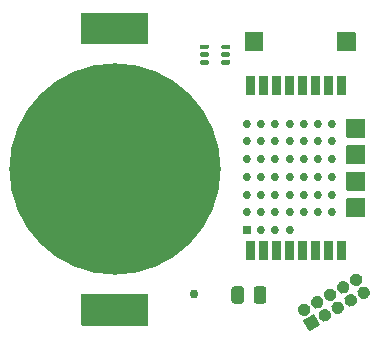
<source format=gbr>
G04 #@! TF.GenerationSoftware,KiCad,Pcbnew,5.1.9-73d0e3b20d~88~ubuntu20.04.1*
G04 #@! TF.CreationDate,2021-03-19T22:30:43+02:00*
G04 #@! TF.ProjectId,nRF5340-Wearable,6e524635-3334-4302-9d57-65617261626c,rev?*
G04 #@! TF.SameCoordinates,Original*
G04 #@! TF.FileFunction,Soldermask,Top*
G04 #@! TF.FilePolarity,Negative*
%FSLAX46Y46*%
G04 Gerber Fmt 4.6, Leading zero omitted, Abs format (unit mm)*
G04 Created by KiCad (PCBNEW 5.1.9-73d0e3b20d~88~ubuntu20.04.1) date 2021-03-19 22:30:43*
%MOMM*%
%LPD*%
G01*
G04 APERTURE LIST*
%ADD10C,0.699440*%
%ADD11C,0.750000*%
%ADD12C,17.900000*%
G04 APERTURE END LIST*
D10*
X75119280Y-72137880D03*
G36*
G01*
X79867810Y-60689300D02*
X79169310Y-60689300D01*
G75*
G02*
X79119310Y-60639300I0J50000D01*
G01*
X79119310Y-59140700D01*
G75*
G02*
X79169310Y-59090700I50000J0D01*
G01*
X79867810Y-59090700D01*
G75*
G02*
X79917810Y-59140700I0J-50000D01*
G01*
X79917810Y-60639300D01*
G75*
G02*
X79867810Y-60689300I-50000J0D01*
G01*
G37*
G36*
G01*
X78069490Y-59090700D02*
X78767990Y-59090700D01*
G75*
G02*
X78817990Y-59140700I0J-50000D01*
G01*
X78817990Y-60639300D01*
G75*
G02*
X78767990Y-60689300I-50000J0D01*
G01*
X78069490Y-60689300D01*
G75*
G02*
X78019490Y-60639300I0J50000D01*
G01*
X78019490Y-59140700D01*
G75*
G02*
X78069490Y-59090700I50000J0D01*
G01*
G37*
G36*
G01*
X76969670Y-59090700D02*
X77668170Y-59090700D01*
G75*
G02*
X77718170Y-59140700I0J-50000D01*
G01*
X77718170Y-60639300D01*
G75*
G02*
X77668170Y-60689300I-50000J0D01*
G01*
X76969670Y-60689300D01*
G75*
G02*
X76919670Y-60639300I0J50000D01*
G01*
X76919670Y-59140700D01*
G75*
G02*
X76969670Y-59090700I50000J0D01*
G01*
G37*
G36*
G01*
X75869850Y-59090700D02*
X76568350Y-59090700D01*
G75*
G02*
X76618350Y-59140700I0J-50000D01*
G01*
X76618350Y-60639300D01*
G75*
G02*
X76568350Y-60689300I-50000J0D01*
G01*
X75869850Y-60689300D01*
G75*
G02*
X75819850Y-60639300I0J50000D01*
G01*
X75819850Y-59140700D01*
G75*
G02*
X75869850Y-59090700I50000J0D01*
G01*
G37*
G36*
G01*
X74770030Y-59090700D02*
X75468530Y-59090700D01*
G75*
G02*
X75518530Y-59140700I0J-50000D01*
G01*
X75518530Y-60639300D01*
G75*
G02*
X75468530Y-60689300I-50000J0D01*
G01*
X74770030Y-60689300D01*
G75*
G02*
X74720030Y-60639300I0J50000D01*
G01*
X74720030Y-59140700D01*
G75*
G02*
X74770030Y-59090700I50000J0D01*
G01*
G37*
G36*
G01*
X73670210Y-59090700D02*
X74368710Y-59090700D01*
G75*
G02*
X74418710Y-59140700I0J-50000D01*
G01*
X74418710Y-60639300D01*
G75*
G02*
X74368710Y-60689300I-50000J0D01*
G01*
X73670210Y-60689300D01*
G75*
G02*
X73620210Y-60639300I0J50000D01*
G01*
X73620210Y-59140700D01*
G75*
G02*
X73670210Y-59090700I50000J0D01*
G01*
G37*
G36*
G01*
X72570390Y-59090700D02*
X73268890Y-59090700D01*
G75*
G02*
X73318890Y-59140700I0J-50000D01*
G01*
X73318890Y-60639300D01*
G75*
G02*
X73268890Y-60689300I-50000J0D01*
G01*
X72570390Y-60689300D01*
G75*
G02*
X72520390Y-60639300I0J50000D01*
G01*
X72520390Y-59140700D01*
G75*
G02*
X72570390Y-59090700I50000J0D01*
G01*
G37*
G36*
G01*
X71470570Y-59090700D02*
X72169070Y-59090700D01*
G75*
G02*
X72219070Y-59140700I0J-50000D01*
G01*
X72219070Y-60639300D01*
G75*
G02*
X72169070Y-60689300I-50000J0D01*
G01*
X71470570Y-60689300D01*
G75*
G02*
X71420570Y-60639300I0J50000D01*
G01*
X71420570Y-59140700D01*
G75*
G02*
X71470570Y-59090700I50000J0D01*
G01*
G37*
G36*
G01*
X71470570Y-73088640D02*
X72169070Y-73088640D01*
G75*
G02*
X72219070Y-73138640I0J-50000D01*
G01*
X72219070Y-74637240D01*
G75*
G02*
X72169070Y-74687240I-50000J0D01*
G01*
X71470570Y-74687240D01*
G75*
G02*
X71420570Y-74637240I0J50000D01*
G01*
X71420570Y-73138640D01*
G75*
G02*
X71470570Y-73088640I50000J0D01*
G01*
G37*
G36*
G01*
X72570390Y-73088640D02*
X73268890Y-73088640D01*
G75*
G02*
X73318890Y-73138640I0J-50000D01*
G01*
X73318890Y-74637240D01*
G75*
G02*
X73268890Y-74687240I-50000J0D01*
G01*
X72570390Y-74687240D01*
G75*
G02*
X72520390Y-74637240I0J50000D01*
G01*
X72520390Y-73138640D01*
G75*
G02*
X72570390Y-73088640I50000J0D01*
G01*
G37*
G36*
G01*
X73670210Y-73088640D02*
X74368710Y-73088640D01*
G75*
G02*
X74418710Y-73138640I0J-50000D01*
G01*
X74418710Y-74637240D01*
G75*
G02*
X74368710Y-74687240I-50000J0D01*
G01*
X73670210Y-74687240D01*
G75*
G02*
X73620210Y-74637240I0J50000D01*
G01*
X73620210Y-73138640D01*
G75*
G02*
X73670210Y-73088640I50000J0D01*
G01*
G37*
G36*
G01*
X74770030Y-73088640D02*
X75468530Y-73088640D01*
G75*
G02*
X75518530Y-73138640I0J-50000D01*
G01*
X75518530Y-74637240D01*
G75*
G02*
X75468530Y-74687240I-50000J0D01*
G01*
X74770030Y-74687240D01*
G75*
G02*
X74720030Y-74637240I0J50000D01*
G01*
X74720030Y-73138640D01*
G75*
G02*
X74770030Y-73088640I50000J0D01*
G01*
G37*
G36*
G01*
X75869850Y-73088640D02*
X76568350Y-73088640D01*
G75*
G02*
X76618350Y-73138640I0J-50000D01*
G01*
X76618350Y-74637240D01*
G75*
G02*
X76568350Y-74687240I-50000J0D01*
G01*
X75869850Y-74687240D01*
G75*
G02*
X75819850Y-74637240I0J50000D01*
G01*
X75819850Y-73138640D01*
G75*
G02*
X75869850Y-73088640I50000J0D01*
G01*
G37*
G36*
G01*
X76969670Y-73088640D02*
X77668170Y-73088640D01*
G75*
G02*
X77718170Y-73138640I0J-50000D01*
G01*
X77718170Y-74637240D01*
G75*
G02*
X77668170Y-74687240I-50000J0D01*
G01*
X76969670Y-74687240D01*
G75*
G02*
X76919670Y-74637240I0J50000D01*
G01*
X76919670Y-73138640D01*
G75*
G02*
X76969670Y-73088640I50000J0D01*
G01*
G37*
G36*
G01*
X78069490Y-73088640D02*
X78767990Y-73088640D01*
G75*
G02*
X78817990Y-73138640I0J-50000D01*
G01*
X78817990Y-74637240D01*
G75*
G02*
X78767990Y-74687240I-50000J0D01*
G01*
X78069490Y-74687240D01*
G75*
G02*
X78019490Y-74637240I0J50000D01*
G01*
X78019490Y-73138640D01*
G75*
G02*
X78069490Y-73088640I50000J0D01*
G01*
G37*
G36*
G01*
X79169310Y-73088640D02*
X79867810Y-73088640D01*
G75*
G02*
X79917810Y-73138640I0J-50000D01*
G01*
X79917810Y-74637240D01*
G75*
G02*
X79867810Y-74687240I-50000J0D01*
G01*
X79169310Y-74687240D01*
G75*
G02*
X79119310Y-74637240I0J50000D01*
G01*
X79119310Y-73138640D01*
G75*
G02*
X79169310Y-73088640I50000J0D01*
G01*
G37*
X78718460Y-64639800D03*
X77519580Y-64639800D03*
X76318160Y-64639800D03*
X75119280Y-64639800D03*
X73917860Y-64639800D03*
X72718980Y-64639800D03*
X71517560Y-64639800D03*
X78718460Y-66138400D03*
X77519580Y-66138400D03*
X76318160Y-66138400D03*
X75119280Y-66138400D03*
X73917860Y-66138400D03*
X72718980Y-66138400D03*
X71517560Y-66138400D03*
X78718460Y-67639540D03*
X77519580Y-67639540D03*
X76318160Y-67639540D03*
X75119280Y-67639540D03*
X73917860Y-67639540D03*
X72718980Y-67639540D03*
X71517560Y-67639540D03*
X78718460Y-69138140D03*
X77519580Y-69138140D03*
X76318160Y-69138140D03*
X75119280Y-69138140D03*
X73917860Y-69138140D03*
X72718980Y-69138140D03*
X71517560Y-69138140D03*
X78718460Y-70639280D03*
X77519580Y-70639280D03*
X76318160Y-70639280D03*
X75119280Y-70639280D03*
X73917860Y-70639280D03*
X72718980Y-70639280D03*
X71517560Y-70639280D03*
G36*
G01*
X79970680Y-62720360D02*
X81469280Y-62720360D01*
G75*
G02*
X81519280Y-62770360I0J-50000D01*
G01*
X81519280Y-64268960D01*
G75*
G02*
X81469280Y-64318960I-50000J0D01*
G01*
X79970680Y-64318960D01*
G75*
G02*
X79920680Y-64268960I0J50000D01*
G01*
X79920680Y-62770360D01*
G75*
G02*
X79970680Y-62720360I50000J0D01*
G01*
G37*
G36*
G01*
X79970680Y-64968260D02*
X81469280Y-64968260D01*
G75*
G02*
X81519280Y-65018260I0J-50000D01*
G01*
X81519280Y-66516860D01*
G75*
G02*
X81469280Y-66566860I-50000J0D01*
G01*
X79970680Y-66566860D01*
G75*
G02*
X79920680Y-66516860I0J50000D01*
G01*
X79920680Y-65018260D01*
G75*
G02*
X79970680Y-64968260I50000J0D01*
G01*
G37*
G36*
G01*
X79970680Y-67218700D02*
X81469280Y-67218700D01*
G75*
G02*
X81519280Y-67268700I0J-50000D01*
G01*
X81519280Y-68767300D01*
G75*
G02*
X81469280Y-68817300I-50000J0D01*
G01*
X79970680Y-68817300D01*
G75*
G02*
X79920680Y-68767300I0J50000D01*
G01*
X79920680Y-67268700D01*
G75*
G02*
X79970680Y-67218700I50000J0D01*
G01*
G37*
G36*
G01*
X79970680Y-69469140D02*
X81469280Y-69469140D01*
G75*
G02*
X81519280Y-69519140I0J-50000D01*
G01*
X81519280Y-71017740D01*
G75*
G02*
X81469280Y-71067740I-50000J0D01*
G01*
X79970680Y-71067740D01*
G75*
G02*
X79920680Y-71017740I0J50000D01*
G01*
X79920680Y-69519140D01*
G75*
G02*
X79970680Y-69469140I50000J0D01*
G01*
G37*
X73917860Y-72137880D03*
X72718980Y-72137880D03*
G36*
G01*
X71217840Y-71788160D02*
X71817280Y-71788160D01*
G75*
G02*
X71867280Y-71838160I0J-50000D01*
G01*
X71867280Y-72437600D01*
G75*
G02*
X71817280Y-72487600I-50000J0D01*
G01*
X71217840Y-72487600D01*
G75*
G02*
X71167840Y-72437600I0J50000D01*
G01*
X71167840Y-71838160D01*
G75*
G02*
X71217840Y-71788160I50000J0D01*
G01*
G37*
X78718460Y-63138660D03*
X77519580Y-63138660D03*
X76318160Y-63138660D03*
X75119280Y-63138660D03*
X73917860Y-63138660D03*
X72718980Y-63138660D03*
X71517560Y-63138660D03*
G36*
G01*
X79110000Y-56950000D02*
X79110000Y-55450000D01*
G75*
G02*
X79160000Y-55400000I50000J0D01*
G01*
X80660000Y-55400000D01*
G75*
G02*
X80710000Y-55450000I0J-50000D01*
G01*
X80710000Y-56950000D01*
G75*
G02*
X80660000Y-57000000I-50000J0D01*
G01*
X79160000Y-57000000D01*
G75*
G02*
X79110000Y-56950000I0J50000D01*
G01*
G37*
G36*
G01*
X71310000Y-56950000D02*
X71310000Y-55450000D01*
G75*
G02*
X71360000Y-55400000I50000J0D01*
G01*
X72860000Y-55400000D01*
G75*
G02*
X72910000Y-55450000I0J-50000D01*
G01*
X72910000Y-56950000D01*
G75*
G02*
X72860000Y-57000000I-50000J0D01*
G01*
X71360000Y-57000000D01*
G75*
G02*
X71310000Y-56950000I0J50000D01*
G01*
G37*
G36*
G01*
X71280000Y-77168750D02*
X71280000Y-78131250D01*
G75*
G02*
X71011250Y-78400000I-268750J0D01*
G01*
X70473750Y-78400000D01*
G75*
G02*
X70205000Y-78131250I0J268750D01*
G01*
X70205000Y-77168750D01*
G75*
G02*
X70473750Y-76900000I268750J0D01*
G01*
X71011250Y-76900000D01*
G75*
G02*
X71280000Y-77168750I0J-268750D01*
G01*
G37*
G36*
G01*
X73155000Y-77168750D02*
X73155000Y-78131250D01*
G75*
G02*
X72886250Y-78400000I-268750J0D01*
G01*
X72348750Y-78400000D01*
G75*
G02*
X72080000Y-78131250I0J268750D01*
G01*
X72080000Y-77168750D01*
G75*
G02*
X72348750Y-76900000I268750J0D01*
G01*
X72886250Y-76900000D01*
G75*
G02*
X73155000Y-77168750I0J-268750D01*
G01*
G37*
G36*
G01*
X69345000Y-56740000D02*
X69345000Y-56540000D01*
G75*
G02*
X69445000Y-56440000I100000J0D01*
G01*
X69995000Y-56440000D01*
G75*
G02*
X70095000Y-56540000I0J-100000D01*
G01*
X70095000Y-56740000D01*
G75*
G02*
X69995000Y-56840000I-100000J0D01*
G01*
X69445000Y-56840000D01*
G75*
G02*
X69345000Y-56740000I0J100000D01*
G01*
G37*
G36*
G01*
X69345000Y-57390000D02*
X69345000Y-57190000D01*
G75*
G02*
X69445000Y-57090000I100000J0D01*
G01*
X69995000Y-57090000D01*
G75*
G02*
X70095000Y-57190000I0J-100000D01*
G01*
X70095000Y-57390000D01*
G75*
G02*
X69995000Y-57490000I-100000J0D01*
G01*
X69445000Y-57490000D01*
G75*
G02*
X69345000Y-57390000I0J100000D01*
G01*
G37*
G36*
G01*
X69345000Y-58040000D02*
X69345000Y-57840000D01*
G75*
G02*
X69445000Y-57740000I100000J0D01*
G01*
X69995000Y-57740000D01*
G75*
G02*
X70095000Y-57840000I0J-100000D01*
G01*
X70095000Y-58040000D01*
G75*
G02*
X69995000Y-58140000I-100000J0D01*
G01*
X69445000Y-58140000D01*
G75*
G02*
X69345000Y-58040000I0J100000D01*
G01*
G37*
G36*
G01*
X67545000Y-58040000D02*
X67545000Y-57840000D01*
G75*
G02*
X67645000Y-57740000I100000J0D01*
G01*
X68195000Y-57740000D01*
G75*
G02*
X68295000Y-57840000I0J-100000D01*
G01*
X68295000Y-58040000D01*
G75*
G02*
X68195000Y-58140000I-100000J0D01*
G01*
X67645000Y-58140000D01*
G75*
G02*
X67545000Y-58040000I0J100000D01*
G01*
G37*
G36*
G01*
X67545000Y-57390000D02*
X67545000Y-57190000D01*
G75*
G02*
X67645000Y-57090000I100000J0D01*
G01*
X68195000Y-57090000D01*
G75*
G02*
X68295000Y-57190000I0J-100000D01*
G01*
X68295000Y-57390000D01*
G75*
G02*
X68195000Y-57490000I-100000J0D01*
G01*
X67645000Y-57490000D01*
G75*
G02*
X67545000Y-57390000I0J100000D01*
G01*
G37*
G36*
G01*
X67545000Y-56740000D02*
X67545000Y-56540000D01*
G75*
G02*
X67645000Y-56440000I100000J0D01*
G01*
X68195000Y-56440000D01*
G75*
G02*
X68295000Y-56540000I0J-100000D01*
G01*
X68295000Y-56740000D01*
G75*
G02*
X68195000Y-56840000I-100000J0D01*
G01*
X67645000Y-56840000D01*
G75*
G02*
X67545000Y-56740000I0J100000D01*
G01*
G37*
D11*
X67023000Y-77570000D03*
G36*
G01*
X81039409Y-76836462D02*
X81039409Y-76836462D01*
G75*
G02*
X80288095Y-76635148I-275000J476314D01*
G01*
X80288095Y-76635148D01*
G75*
G02*
X80489409Y-75883834I476314J275000D01*
G01*
X80489409Y-75883834D01*
G75*
G02*
X81240723Y-76085148I275000J-476314D01*
G01*
X81240723Y-76085148D01*
G75*
G02*
X81039409Y-76836462I-476314J-275000D01*
G01*
G37*
G36*
G01*
X81674409Y-77936314D02*
X81674409Y-77936314D01*
G75*
G02*
X80923095Y-77735000I-275000J476314D01*
G01*
X80923095Y-77735000D01*
G75*
G02*
X81124409Y-76983686I476314J275000D01*
G01*
X81124409Y-76983686D01*
G75*
G02*
X81875723Y-77185000I275000J-476314D01*
G01*
X81875723Y-77185000D01*
G75*
G02*
X81674409Y-77936314I-476314J-275000D01*
G01*
G37*
G36*
G01*
X79939557Y-77471462D02*
X79939557Y-77471462D01*
G75*
G02*
X79188243Y-77270148I-275000J476314D01*
G01*
X79188243Y-77270148D01*
G75*
G02*
X79389557Y-76518834I476314J275000D01*
G01*
X79389557Y-76518834D01*
G75*
G02*
X80140871Y-76720148I275000J-476314D01*
G01*
X80140871Y-76720148D01*
G75*
G02*
X79939557Y-77471462I-476314J-275000D01*
G01*
G37*
G36*
G01*
X80574557Y-78571314D02*
X80574557Y-78571314D01*
G75*
G02*
X79823243Y-78370000I-275000J476314D01*
G01*
X79823243Y-78370000D01*
G75*
G02*
X80024557Y-77618686I476314J275000D01*
G01*
X80024557Y-77618686D01*
G75*
G02*
X80775871Y-77820000I275000J-476314D01*
G01*
X80775871Y-77820000D01*
G75*
G02*
X80574557Y-78571314I-476314J-275000D01*
G01*
G37*
G36*
G01*
X78839705Y-78106462D02*
X78839705Y-78106462D01*
G75*
G02*
X78088391Y-77905148I-275000J476314D01*
G01*
X78088391Y-77905148D01*
G75*
G02*
X78289705Y-77153834I476314J275000D01*
G01*
X78289705Y-77153834D01*
G75*
G02*
X79041019Y-77355148I275000J-476314D01*
G01*
X79041019Y-77355148D01*
G75*
G02*
X78839705Y-78106462I-476314J-275000D01*
G01*
G37*
G36*
G01*
X79474705Y-79206314D02*
X79474705Y-79206314D01*
G75*
G02*
X78723391Y-79005000I-275000J476314D01*
G01*
X78723391Y-79005000D01*
G75*
G02*
X78924705Y-78253686I476314J275000D01*
G01*
X78924705Y-78253686D01*
G75*
G02*
X79676019Y-78455000I275000J-476314D01*
G01*
X79676019Y-78455000D01*
G75*
G02*
X79474705Y-79206314I-476314J-275000D01*
G01*
G37*
G36*
G01*
X77739852Y-78741462D02*
X77739852Y-78741462D01*
G75*
G02*
X76988538Y-78540148I-275000J476314D01*
G01*
X76988538Y-78540148D01*
G75*
G02*
X77189852Y-77788834I476314J275000D01*
G01*
X77189852Y-77788834D01*
G75*
G02*
X77941166Y-77990148I275000J-476314D01*
G01*
X77941166Y-77990148D01*
G75*
G02*
X77739852Y-78741462I-476314J-275000D01*
G01*
G37*
G36*
G01*
X78374852Y-79841314D02*
X78374852Y-79841314D01*
G75*
G02*
X77623538Y-79640000I-275000J476314D01*
G01*
X77623538Y-79640000D01*
G75*
G02*
X77824852Y-78888686I476314J275000D01*
G01*
X77824852Y-78888686D01*
G75*
G02*
X78576166Y-79090000I275000J-476314D01*
G01*
X78576166Y-79090000D01*
G75*
G02*
X78374852Y-79841314I-476314J-275000D01*
G01*
G37*
G36*
G01*
X76640000Y-79376462D02*
X76640000Y-79376462D01*
G75*
G02*
X75888686Y-79175148I-275000J476314D01*
G01*
X75888686Y-79175148D01*
G75*
G02*
X76090000Y-78423834I476314J275000D01*
G01*
X76090000Y-78423834D01*
G75*
G02*
X76841314Y-78625148I275000J-476314D01*
G01*
X76841314Y-78625148D01*
G75*
G02*
X76640000Y-79376462I-476314J-275000D01*
G01*
G37*
G36*
G01*
X77708013Y-80226314D02*
X76841987Y-80726314D01*
G75*
G02*
X76773686Y-80708013I-25000J43301D01*
G01*
X76273686Y-79841987D01*
G75*
G02*
X76291987Y-79773686I43301J25000D01*
G01*
X77158013Y-79273686D01*
G75*
G02*
X77226314Y-79291987I25000J-43301D01*
G01*
X77726314Y-80158013D01*
G75*
G02*
X77708013Y-80226314I-43301J-25000D01*
G01*
G37*
G36*
G01*
X63110000Y-80245000D02*
X57550000Y-80245000D01*
G75*
G02*
X57500000Y-80195000I0J50000D01*
G01*
X57500000Y-77595000D01*
G75*
G02*
X57550000Y-77545000I50000J0D01*
G01*
X63110000Y-77545000D01*
G75*
G02*
X63160000Y-77595000I0J-50000D01*
G01*
X63160000Y-80195000D01*
G75*
G02*
X63110000Y-80245000I-50000J0D01*
G01*
G37*
G36*
G01*
X63110000Y-56435000D02*
X57550000Y-56435000D01*
G75*
G02*
X57500000Y-56385000I0J50000D01*
G01*
X57500000Y-53785000D01*
G75*
G02*
X57550000Y-53735000I50000J0D01*
G01*
X63110000Y-53735000D01*
G75*
G02*
X63160000Y-53785000I0J-50000D01*
G01*
X63160000Y-56385000D01*
G75*
G02*
X63110000Y-56435000I-50000J0D01*
G01*
G37*
D12*
X60330000Y-66990000D03*
M02*

</source>
